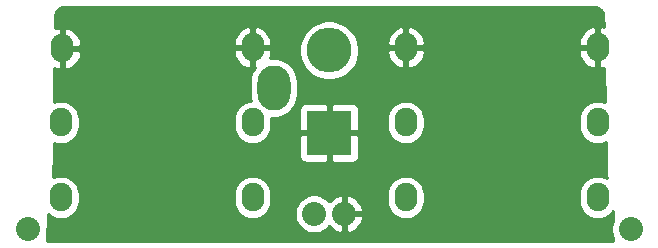
<source format=gbr>
G04 #@! TF.GenerationSoftware,KiCad,Pcbnew,(5.1.9-0-10_14)*
G04 #@! TF.CreationDate,2021-07-10T16:26:02+02:00*
G04 #@! TF.ProjectId,jack-power,6a61636b-2d70-46f7-9765-722e6b696361,rev?*
G04 #@! TF.SameCoordinates,Original*
G04 #@! TF.FileFunction,Copper,L2,Bot*
G04 #@! TF.FilePolarity,Positive*
%FSLAX46Y46*%
G04 Gerber Fmt 4.6, Leading zero omitted, Abs format (unit mm)*
G04 Created by KiCad (PCBNEW (5.1.9-0-10_14)) date 2021-07-10 16:26:02*
%MOMM*%
%LPD*%
G01*
G04 APERTURE LIST*
G04 #@! TA.AperFunction,ComponentPad*
%ADD10R,3.810000X3.810000*%
G04 #@! TD*
G04 #@! TA.AperFunction,ComponentPad*
%ADD11O,3.810000X3.810000*%
G04 #@! TD*
G04 #@! TA.AperFunction,ComponentPad*
%ADD12O,2.810000X3.810000*%
G04 #@! TD*
G04 #@! TA.AperFunction,ComponentPad*
%ADD13O,1.930400X2.400000*%
G04 #@! TD*
G04 #@! TA.AperFunction,ComponentPad*
%ADD14O,2.032000X2.032000*%
G04 #@! TD*
G04 #@! TA.AperFunction,Conductor*
%ADD15C,0.254000*%
G04 #@! TD*
G04 #@! TA.AperFunction,Conductor*
%ADD16C,0.100000*%
G04 #@! TD*
G04 APERTURE END LIST*
D10*
X103124000Y-71882000D03*
D11*
X103124000Y-64897000D03*
D12*
X98425000Y-68072000D03*
D13*
X125844000Y-77343000D03*
X109614000Y-77343000D03*
X125844000Y-64643000D03*
X109614000Y-64643000D03*
X125844000Y-70993000D03*
X109614000Y-70993000D03*
X96634000Y-77343000D03*
X80404000Y-77343000D03*
X96634000Y-64643000D03*
X80530200Y-64734800D03*
X96634000Y-70993000D03*
X80404000Y-70993000D03*
D14*
X128651000Y-80010000D03*
X77597000Y-80010000D03*
X104394000Y-78740000D03*
X101854000Y-78740000D03*
D15*
X125745537Y-61256141D02*
X125882644Y-61297536D01*
X126009095Y-61364771D01*
X126120086Y-61455293D01*
X126211378Y-61565648D01*
X126279497Y-61691630D01*
X126321847Y-61828442D01*
X126340435Y-62005298D01*
X126357081Y-62887514D01*
X126323377Y-62873229D01*
X126218973Y-62852554D01*
X125971000Y-62972356D01*
X125971000Y-64516000D01*
X125991000Y-64516000D01*
X125991000Y-64770000D01*
X125971000Y-64770000D01*
X125971000Y-66313644D01*
X126218973Y-66433446D01*
X126323377Y-66412771D01*
X126422801Y-66370632D01*
X126477742Y-69282495D01*
X126459332Y-69272655D01*
X126157693Y-69181154D01*
X125844000Y-69150258D01*
X125530306Y-69181154D01*
X125228667Y-69272655D01*
X124950675Y-69421245D01*
X124707013Y-69621213D01*
X124507045Y-69864876D01*
X124358455Y-70142868D01*
X124266954Y-70444507D01*
X124243800Y-70679595D01*
X124243800Y-71306406D01*
X124266954Y-71541494D01*
X124358455Y-71843133D01*
X124507045Y-72121125D01*
X124707013Y-72364787D01*
X124950676Y-72564755D01*
X125228668Y-72713345D01*
X125530307Y-72804846D01*
X125844000Y-72835742D01*
X126157694Y-72804846D01*
X126459333Y-72713345D01*
X126541645Y-72669348D01*
X126593512Y-75418317D01*
X126590937Y-75451071D01*
X126598547Y-75515328D01*
X126606107Y-75579630D01*
X126606194Y-75579899D01*
X126606227Y-75580177D01*
X126626118Y-75641379D01*
X126646187Y-75703306D01*
X126646325Y-75703554D01*
X126646412Y-75703820D01*
X126661467Y-75730699D01*
X126459332Y-75622655D01*
X126157693Y-75531154D01*
X125844000Y-75500258D01*
X125530306Y-75531154D01*
X125228667Y-75622655D01*
X124950675Y-75771245D01*
X124707013Y-75971213D01*
X124507045Y-76214876D01*
X124358455Y-76492868D01*
X124266954Y-76794507D01*
X124243800Y-77029595D01*
X124243800Y-77656406D01*
X124266954Y-77891494D01*
X124358455Y-78193133D01*
X124507045Y-78471125D01*
X124707013Y-78714787D01*
X124950676Y-78914755D01*
X125228668Y-79063345D01*
X125530307Y-79154846D01*
X125844000Y-79185742D01*
X126157694Y-79154846D01*
X126459333Y-79063345D01*
X126737325Y-78914755D01*
X126980987Y-78714787D01*
X127140763Y-78520099D01*
X127152600Y-79313186D01*
X127063447Y-79528421D01*
X127000000Y-79847391D01*
X127000000Y-80172609D01*
X127063447Y-80491579D01*
X127174178Y-80758907D01*
X127177791Y-81001000D01*
X79273902Y-81001000D01*
X79285146Y-78729668D01*
X79510676Y-78914755D01*
X79788668Y-79063345D01*
X80090307Y-79154846D01*
X80404000Y-79185742D01*
X80717694Y-79154846D01*
X81019333Y-79063345D01*
X81297325Y-78914755D01*
X81540987Y-78714787D01*
X81740955Y-78471125D01*
X81889545Y-78193133D01*
X81981046Y-77891493D01*
X82004200Y-77656405D01*
X82004200Y-77029595D01*
X95033800Y-77029595D01*
X95033800Y-77656406D01*
X95056954Y-77891494D01*
X95148455Y-78193133D01*
X95297045Y-78471125D01*
X95497013Y-78714787D01*
X95740676Y-78914755D01*
X96018668Y-79063345D01*
X96320307Y-79154846D01*
X96634000Y-79185742D01*
X96947694Y-79154846D01*
X97249333Y-79063345D01*
X97527325Y-78914755D01*
X97770987Y-78714787D01*
X97883744Y-78577391D01*
X100203000Y-78577391D01*
X100203000Y-78902609D01*
X100266447Y-79221579D01*
X100390903Y-79522042D01*
X100571585Y-79792451D01*
X100801549Y-80022415D01*
X101071958Y-80203097D01*
X101372421Y-80327553D01*
X101691391Y-80391000D01*
X102016609Y-80391000D01*
X102335579Y-80327553D01*
X102636042Y-80203097D01*
X102906451Y-80022415D01*
X103132831Y-79796035D01*
X103183358Y-79862569D01*
X103425623Y-80077184D01*
X103705102Y-80240411D01*
X104011055Y-80345978D01*
X104267000Y-80227362D01*
X104267000Y-78867000D01*
X104521000Y-78867000D01*
X104521000Y-80227362D01*
X104776945Y-80345978D01*
X105082898Y-80240411D01*
X105362377Y-80077184D01*
X105604642Y-79862569D01*
X105800382Y-79604815D01*
X105942076Y-79313826D01*
X105999975Y-79122944D01*
X105880836Y-78867000D01*
X104521000Y-78867000D01*
X104267000Y-78867000D01*
X104247000Y-78867000D01*
X104247000Y-78613000D01*
X104267000Y-78613000D01*
X104267000Y-77252638D01*
X104521000Y-77252638D01*
X104521000Y-78613000D01*
X105880836Y-78613000D01*
X105999975Y-78357056D01*
X105942076Y-78166174D01*
X105800382Y-77875185D01*
X105604642Y-77617431D01*
X105362377Y-77402816D01*
X105082898Y-77239589D01*
X104776945Y-77134022D01*
X104521000Y-77252638D01*
X104267000Y-77252638D01*
X104011055Y-77134022D01*
X103705102Y-77239589D01*
X103425623Y-77402816D01*
X103183358Y-77617431D01*
X103132831Y-77683965D01*
X102906451Y-77457585D01*
X102636042Y-77276903D01*
X102335579Y-77152447D01*
X102016609Y-77089000D01*
X101691391Y-77089000D01*
X101372421Y-77152447D01*
X101071958Y-77276903D01*
X100801549Y-77457585D01*
X100571585Y-77687549D01*
X100390903Y-77957958D01*
X100266447Y-78258421D01*
X100203000Y-78577391D01*
X97883744Y-78577391D01*
X97970955Y-78471125D01*
X98119545Y-78193133D01*
X98211046Y-77891493D01*
X98234200Y-77656405D01*
X98234200Y-77029595D01*
X108013800Y-77029595D01*
X108013800Y-77656406D01*
X108036954Y-77891494D01*
X108128455Y-78193133D01*
X108277045Y-78471125D01*
X108477013Y-78714787D01*
X108720676Y-78914755D01*
X108998668Y-79063345D01*
X109300307Y-79154846D01*
X109614000Y-79185742D01*
X109927694Y-79154846D01*
X110229333Y-79063345D01*
X110507325Y-78914755D01*
X110750987Y-78714787D01*
X110950955Y-78471125D01*
X111099545Y-78193133D01*
X111191046Y-77891493D01*
X111214200Y-77656405D01*
X111214200Y-77029594D01*
X111191046Y-76794506D01*
X111099545Y-76492867D01*
X110950955Y-76214875D01*
X110750987Y-75971213D01*
X110507324Y-75771245D01*
X110229332Y-75622655D01*
X109927693Y-75531154D01*
X109614000Y-75500258D01*
X109300306Y-75531154D01*
X108998667Y-75622655D01*
X108720675Y-75771245D01*
X108477013Y-75971213D01*
X108277045Y-76214876D01*
X108128455Y-76492868D01*
X108036954Y-76794507D01*
X108013800Y-77029595D01*
X98234200Y-77029595D01*
X98234200Y-77029594D01*
X98211046Y-76794506D01*
X98119545Y-76492867D01*
X97970955Y-76214875D01*
X97770987Y-75971213D01*
X97527324Y-75771245D01*
X97249332Y-75622655D01*
X96947693Y-75531154D01*
X96634000Y-75500258D01*
X96320306Y-75531154D01*
X96018667Y-75622655D01*
X95740675Y-75771245D01*
X95497013Y-75971213D01*
X95297045Y-76214876D01*
X95148455Y-76492868D01*
X95056954Y-76794507D01*
X95033800Y-77029595D01*
X82004200Y-77029595D01*
X82004200Y-77029594D01*
X81981046Y-76794506D01*
X81889545Y-76492867D01*
X81740955Y-76214875D01*
X81540987Y-75971213D01*
X81297324Y-75771245D01*
X81019332Y-75622655D01*
X80717693Y-75531154D01*
X80404000Y-75500258D01*
X80090306Y-75531154D01*
X79788667Y-75622655D01*
X79747960Y-75644414D01*
X79748325Y-75643248D01*
X79766686Y-75589373D01*
X79767760Y-75581293D01*
X79770200Y-75573513D01*
X79776314Y-75516912D01*
X79783810Y-75460498D01*
X79781199Y-75419912D01*
X79796603Y-73787000D01*
X100580928Y-73787000D01*
X100593188Y-73911482D01*
X100629498Y-74031180D01*
X100688463Y-74141494D01*
X100767815Y-74238185D01*
X100864506Y-74317537D01*
X100974820Y-74376502D01*
X101094518Y-74412812D01*
X101219000Y-74425072D01*
X102838250Y-74422000D01*
X102997000Y-74263250D01*
X102997000Y-72009000D01*
X103251000Y-72009000D01*
X103251000Y-74263250D01*
X103409750Y-74422000D01*
X105029000Y-74425072D01*
X105153482Y-74412812D01*
X105273180Y-74376502D01*
X105383494Y-74317537D01*
X105480185Y-74238185D01*
X105559537Y-74141494D01*
X105618502Y-74031180D01*
X105654812Y-73911482D01*
X105667072Y-73787000D01*
X105664000Y-72167750D01*
X105505250Y-72009000D01*
X103251000Y-72009000D01*
X102997000Y-72009000D01*
X100742750Y-72009000D01*
X100584000Y-72167750D01*
X100580928Y-73787000D01*
X79796603Y-73787000D01*
X79806681Y-72718809D01*
X80090307Y-72804846D01*
X80404000Y-72835742D01*
X80717694Y-72804846D01*
X81019333Y-72713345D01*
X81297325Y-72564755D01*
X81540987Y-72364787D01*
X81740955Y-72121125D01*
X81889545Y-71843133D01*
X81981046Y-71541493D01*
X82004200Y-71306405D01*
X82004200Y-70679595D01*
X95033800Y-70679595D01*
X95033800Y-71306406D01*
X95056954Y-71541494D01*
X95148455Y-71843133D01*
X95297045Y-72121125D01*
X95497013Y-72364787D01*
X95740676Y-72564755D01*
X96018668Y-72713345D01*
X96320307Y-72804846D01*
X96634000Y-72835742D01*
X96947694Y-72804846D01*
X97249333Y-72713345D01*
X97527325Y-72564755D01*
X97770987Y-72364787D01*
X97970955Y-72121125D01*
X98119545Y-71843133D01*
X98211046Y-71541493D01*
X98234200Y-71306405D01*
X98234200Y-70679594D01*
X98226590Y-70602328D01*
X98425000Y-70621870D01*
X98824909Y-70582482D01*
X99209450Y-70465833D01*
X99563847Y-70276405D01*
X99874477Y-70021477D01*
X99910978Y-69977000D01*
X100580928Y-69977000D01*
X100584000Y-71596250D01*
X100742750Y-71755000D01*
X102997000Y-71755000D01*
X102997000Y-69500750D01*
X103251000Y-69500750D01*
X103251000Y-71755000D01*
X105505250Y-71755000D01*
X105664000Y-71596250D01*
X105665739Y-70679595D01*
X108013800Y-70679595D01*
X108013800Y-71306406D01*
X108036954Y-71541494D01*
X108128455Y-71843133D01*
X108277045Y-72121125D01*
X108477013Y-72364787D01*
X108720676Y-72564755D01*
X108998668Y-72713345D01*
X109300307Y-72804846D01*
X109614000Y-72835742D01*
X109927694Y-72804846D01*
X110229333Y-72713345D01*
X110507325Y-72564755D01*
X110750987Y-72364787D01*
X110950955Y-72121125D01*
X111099545Y-71843133D01*
X111191046Y-71541493D01*
X111214200Y-71306405D01*
X111214200Y-70679594D01*
X111191046Y-70444506D01*
X111099545Y-70142867D01*
X110950955Y-69864875D01*
X110750987Y-69621213D01*
X110507324Y-69421245D01*
X110229332Y-69272655D01*
X109927693Y-69181154D01*
X109614000Y-69150258D01*
X109300306Y-69181154D01*
X108998667Y-69272655D01*
X108720675Y-69421245D01*
X108477013Y-69621213D01*
X108277045Y-69864876D01*
X108128455Y-70142868D01*
X108036954Y-70444507D01*
X108013800Y-70679595D01*
X105665739Y-70679595D01*
X105667072Y-69977000D01*
X105654812Y-69852518D01*
X105618502Y-69732820D01*
X105559537Y-69622506D01*
X105480185Y-69525815D01*
X105383494Y-69446463D01*
X105273180Y-69387498D01*
X105153482Y-69351188D01*
X105029000Y-69338928D01*
X103409750Y-69342000D01*
X103251000Y-69500750D01*
X102997000Y-69500750D01*
X102838250Y-69342000D01*
X101219000Y-69338928D01*
X101094518Y-69351188D01*
X100974820Y-69387498D01*
X100864506Y-69446463D01*
X100767815Y-69525815D01*
X100688463Y-69622506D01*
X100629498Y-69732820D01*
X100593188Y-69852518D01*
X100580928Y-69977000D01*
X99910978Y-69977000D01*
X100129405Y-69710847D01*
X100318833Y-69356451D01*
X100435482Y-68971910D01*
X100465000Y-68672211D01*
X100465000Y-67471790D01*
X100435482Y-67172091D01*
X100318833Y-66787549D01*
X100129405Y-66433153D01*
X99874477Y-66122523D01*
X99563847Y-65867595D01*
X99209451Y-65678167D01*
X98824910Y-65561518D01*
X98425000Y-65522130D01*
X98086165Y-65555503D01*
X98176609Y-65331996D01*
X98235578Y-65022321D01*
X98079718Y-64770000D01*
X96761000Y-64770000D01*
X96761000Y-66313644D01*
X96802300Y-66333597D01*
X96720596Y-66433153D01*
X96531167Y-66787549D01*
X96414518Y-67172090D01*
X96385000Y-67471789D01*
X96385000Y-68672210D01*
X96414518Y-68971909D01*
X96473417Y-69166074D01*
X96320306Y-69181154D01*
X96018667Y-69272655D01*
X95740675Y-69421245D01*
X95497013Y-69621213D01*
X95297045Y-69864876D01*
X95148455Y-70142868D01*
X95056954Y-70444507D01*
X95033800Y-70679595D01*
X82004200Y-70679595D01*
X82004200Y-70679594D01*
X81981046Y-70444506D01*
X81889545Y-70142867D01*
X81740955Y-69864875D01*
X81540987Y-69621213D01*
X81297324Y-69421245D01*
X81019332Y-69272655D01*
X80717693Y-69181154D01*
X80404000Y-69150258D01*
X80090306Y-69181154D01*
X79839337Y-69257284D01*
X79866045Y-66426256D01*
X80050823Y-66504571D01*
X80155227Y-66525246D01*
X80403200Y-66405444D01*
X80403200Y-64861800D01*
X80657200Y-64861800D01*
X80657200Y-66405444D01*
X80905173Y-66525246D01*
X81009577Y-66504571D01*
X81299824Y-66381555D01*
X81560495Y-66204278D01*
X81781572Y-65979553D01*
X81954559Y-65716017D01*
X82072809Y-65423796D01*
X82131778Y-65114121D01*
X82075073Y-65022321D01*
X95032422Y-65022321D01*
X95091391Y-65331996D01*
X95209641Y-65624217D01*
X95382628Y-65887753D01*
X95603705Y-66112478D01*
X95864376Y-66289755D01*
X96154623Y-66412771D01*
X96259027Y-66433446D01*
X96507000Y-66313644D01*
X96507000Y-64770000D01*
X95188282Y-64770000D01*
X95032422Y-65022321D01*
X82075073Y-65022321D01*
X81975918Y-64861800D01*
X80657200Y-64861800D01*
X80403200Y-64861800D01*
X80383200Y-64861800D01*
X80383200Y-64646832D01*
X100584000Y-64646832D01*
X100584000Y-65147168D01*
X100681611Y-65637891D01*
X100873081Y-66100141D01*
X101151053Y-66516156D01*
X101504844Y-66869947D01*
X101920859Y-67147919D01*
X102383109Y-67339389D01*
X102873832Y-67437000D01*
X103374168Y-67437000D01*
X103864891Y-67339389D01*
X104327141Y-67147919D01*
X104743156Y-66869947D01*
X105096947Y-66516156D01*
X105374919Y-66100141D01*
X105566389Y-65637891D01*
X105664000Y-65147168D01*
X105664000Y-65022321D01*
X108012422Y-65022321D01*
X108071391Y-65331996D01*
X108189641Y-65624217D01*
X108362628Y-65887753D01*
X108583705Y-66112478D01*
X108844376Y-66289755D01*
X109134623Y-66412771D01*
X109239027Y-66433446D01*
X109487000Y-66313644D01*
X109487000Y-64770000D01*
X109741000Y-64770000D01*
X109741000Y-66313644D01*
X109988973Y-66433446D01*
X110093377Y-66412771D01*
X110383624Y-66289755D01*
X110644295Y-66112478D01*
X110865372Y-65887753D01*
X111038359Y-65624217D01*
X111156609Y-65331996D01*
X111215578Y-65022321D01*
X124242422Y-65022321D01*
X124301391Y-65331996D01*
X124419641Y-65624217D01*
X124592628Y-65887753D01*
X124813705Y-66112478D01*
X125074376Y-66289755D01*
X125364623Y-66412771D01*
X125469027Y-66433446D01*
X125717000Y-66313644D01*
X125717000Y-64770000D01*
X124398282Y-64770000D01*
X124242422Y-65022321D01*
X111215578Y-65022321D01*
X111059718Y-64770000D01*
X109741000Y-64770000D01*
X109487000Y-64770000D01*
X108168282Y-64770000D01*
X108012422Y-65022321D01*
X105664000Y-65022321D01*
X105664000Y-64646832D01*
X105587787Y-64263679D01*
X108012422Y-64263679D01*
X108168282Y-64516000D01*
X109487000Y-64516000D01*
X109487000Y-62972356D01*
X109741000Y-62972356D01*
X109741000Y-64516000D01*
X111059718Y-64516000D01*
X111215578Y-64263679D01*
X124242422Y-64263679D01*
X124398282Y-64516000D01*
X125717000Y-64516000D01*
X125717000Y-62972356D01*
X125469027Y-62852554D01*
X125364623Y-62873229D01*
X125074376Y-62996245D01*
X124813705Y-63173522D01*
X124592628Y-63398247D01*
X124419641Y-63661783D01*
X124301391Y-63954004D01*
X124242422Y-64263679D01*
X111215578Y-64263679D01*
X111156609Y-63954004D01*
X111038359Y-63661783D01*
X110865372Y-63398247D01*
X110644295Y-63173522D01*
X110383624Y-62996245D01*
X110093377Y-62873229D01*
X109988973Y-62852554D01*
X109741000Y-62972356D01*
X109487000Y-62972356D01*
X109239027Y-62852554D01*
X109134623Y-62873229D01*
X108844376Y-62996245D01*
X108583705Y-63173522D01*
X108362628Y-63398247D01*
X108189641Y-63661783D01*
X108071391Y-63954004D01*
X108012422Y-64263679D01*
X105587787Y-64263679D01*
X105566389Y-64156109D01*
X105374919Y-63693859D01*
X105096947Y-63277844D01*
X104743156Y-62924053D01*
X104327141Y-62646081D01*
X103864891Y-62454611D01*
X103374168Y-62357000D01*
X102873832Y-62357000D01*
X102383109Y-62454611D01*
X101920859Y-62646081D01*
X101504844Y-62924053D01*
X101151053Y-63277844D01*
X100873081Y-63693859D01*
X100681611Y-64156109D01*
X100584000Y-64646832D01*
X80383200Y-64646832D01*
X80383200Y-64607800D01*
X80403200Y-64607800D01*
X80403200Y-63064156D01*
X80657200Y-63064156D01*
X80657200Y-64607800D01*
X81975918Y-64607800D01*
X82131778Y-64355479D01*
X82114298Y-64263679D01*
X95032422Y-64263679D01*
X95188282Y-64516000D01*
X96507000Y-64516000D01*
X96507000Y-62972356D01*
X96761000Y-62972356D01*
X96761000Y-64516000D01*
X98079718Y-64516000D01*
X98235578Y-64263679D01*
X98176609Y-63954004D01*
X98058359Y-63661783D01*
X97885372Y-63398247D01*
X97664295Y-63173522D01*
X97403624Y-62996245D01*
X97113377Y-62873229D01*
X97008973Y-62852554D01*
X96761000Y-62972356D01*
X96507000Y-62972356D01*
X96259027Y-62852554D01*
X96154623Y-62873229D01*
X95864376Y-62996245D01*
X95603705Y-63173522D01*
X95382628Y-63398247D01*
X95209641Y-63661783D01*
X95091391Y-63954004D01*
X95032422Y-64263679D01*
X82114298Y-64263679D01*
X82072809Y-64045804D01*
X81954559Y-63753583D01*
X81781572Y-63490047D01*
X81560495Y-63265322D01*
X81299824Y-63088045D01*
X81009577Y-62965029D01*
X80905173Y-62944354D01*
X80657200Y-63064156D01*
X80403200Y-63064156D01*
X80155227Y-62944354D01*
X80050823Y-62965029D01*
X79898088Y-63029763D01*
X79907695Y-62011390D01*
X79925141Y-61833463D01*
X79966536Y-61696356D01*
X80033771Y-61569905D01*
X80124293Y-61458914D01*
X80234648Y-61367622D01*
X80360630Y-61299503D01*
X80497442Y-61257153D01*
X80670155Y-61239000D01*
X125570720Y-61239000D01*
X125745537Y-61256141D01*
G04 #@! TA.AperFunction,Conductor*
D16*
G36*
X125745537Y-61256141D02*
G01*
X125882644Y-61297536D01*
X126009095Y-61364771D01*
X126120086Y-61455293D01*
X126211378Y-61565648D01*
X126279497Y-61691630D01*
X126321847Y-61828442D01*
X126340435Y-62005298D01*
X126357081Y-62887514D01*
X126323377Y-62873229D01*
X126218973Y-62852554D01*
X125971000Y-62972356D01*
X125971000Y-64516000D01*
X125991000Y-64516000D01*
X125991000Y-64770000D01*
X125971000Y-64770000D01*
X125971000Y-66313644D01*
X126218973Y-66433446D01*
X126323377Y-66412771D01*
X126422801Y-66370632D01*
X126477742Y-69282495D01*
X126459332Y-69272655D01*
X126157693Y-69181154D01*
X125844000Y-69150258D01*
X125530306Y-69181154D01*
X125228667Y-69272655D01*
X124950675Y-69421245D01*
X124707013Y-69621213D01*
X124507045Y-69864876D01*
X124358455Y-70142868D01*
X124266954Y-70444507D01*
X124243800Y-70679595D01*
X124243800Y-71306406D01*
X124266954Y-71541494D01*
X124358455Y-71843133D01*
X124507045Y-72121125D01*
X124707013Y-72364787D01*
X124950676Y-72564755D01*
X125228668Y-72713345D01*
X125530307Y-72804846D01*
X125844000Y-72835742D01*
X126157694Y-72804846D01*
X126459333Y-72713345D01*
X126541645Y-72669348D01*
X126593512Y-75418317D01*
X126590937Y-75451071D01*
X126598547Y-75515328D01*
X126606107Y-75579630D01*
X126606194Y-75579899D01*
X126606227Y-75580177D01*
X126626118Y-75641379D01*
X126646187Y-75703306D01*
X126646325Y-75703554D01*
X126646412Y-75703820D01*
X126661467Y-75730699D01*
X126459332Y-75622655D01*
X126157693Y-75531154D01*
X125844000Y-75500258D01*
X125530306Y-75531154D01*
X125228667Y-75622655D01*
X124950675Y-75771245D01*
X124707013Y-75971213D01*
X124507045Y-76214876D01*
X124358455Y-76492868D01*
X124266954Y-76794507D01*
X124243800Y-77029595D01*
X124243800Y-77656406D01*
X124266954Y-77891494D01*
X124358455Y-78193133D01*
X124507045Y-78471125D01*
X124707013Y-78714787D01*
X124950676Y-78914755D01*
X125228668Y-79063345D01*
X125530307Y-79154846D01*
X125844000Y-79185742D01*
X126157694Y-79154846D01*
X126459333Y-79063345D01*
X126737325Y-78914755D01*
X126980987Y-78714787D01*
X127140763Y-78520099D01*
X127152600Y-79313186D01*
X127063447Y-79528421D01*
X127000000Y-79847391D01*
X127000000Y-80172609D01*
X127063447Y-80491579D01*
X127174178Y-80758907D01*
X127177791Y-81001000D01*
X79273902Y-81001000D01*
X79285146Y-78729668D01*
X79510676Y-78914755D01*
X79788668Y-79063345D01*
X80090307Y-79154846D01*
X80404000Y-79185742D01*
X80717694Y-79154846D01*
X81019333Y-79063345D01*
X81297325Y-78914755D01*
X81540987Y-78714787D01*
X81740955Y-78471125D01*
X81889545Y-78193133D01*
X81981046Y-77891493D01*
X82004200Y-77656405D01*
X82004200Y-77029595D01*
X95033800Y-77029595D01*
X95033800Y-77656406D01*
X95056954Y-77891494D01*
X95148455Y-78193133D01*
X95297045Y-78471125D01*
X95497013Y-78714787D01*
X95740676Y-78914755D01*
X96018668Y-79063345D01*
X96320307Y-79154846D01*
X96634000Y-79185742D01*
X96947694Y-79154846D01*
X97249333Y-79063345D01*
X97527325Y-78914755D01*
X97770987Y-78714787D01*
X97883744Y-78577391D01*
X100203000Y-78577391D01*
X100203000Y-78902609D01*
X100266447Y-79221579D01*
X100390903Y-79522042D01*
X100571585Y-79792451D01*
X100801549Y-80022415D01*
X101071958Y-80203097D01*
X101372421Y-80327553D01*
X101691391Y-80391000D01*
X102016609Y-80391000D01*
X102335579Y-80327553D01*
X102636042Y-80203097D01*
X102906451Y-80022415D01*
X103132831Y-79796035D01*
X103183358Y-79862569D01*
X103425623Y-80077184D01*
X103705102Y-80240411D01*
X104011055Y-80345978D01*
X104267000Y-80227362D01*
X104267000Y-78867000D01*
X104521000Y-78867000D01*
X104521000Y-80227362D01*
X104776945Y-80345978D01*
X105082898Y-80240411D01*
X105362377Y-80077184D01*
X105604642Y-79862569D01*
X105800382Y-79604815D01*
X105942076Y-79313826D01*
X105999975Y-79122944D01*
X105880836Y-78867000D01*
X104521000Y-78867000D01*
X104267000Y-78867000D01*
X104247000Y-78867000D01*
X104247000Y-78613000D01*
X104267000Y-78613000D01*
X104267000Y-77252638D01*
X104521000Y-77252638D01*
X104521000Y-78613000D01*
X105880836Y-78613000D01*
X105999975Y-78357056D01*
X105942076Y-78166174D01*
X105800382Y-77875185D01*
X105604642Y-77617431D01*
X105362377Y-77402816D01*
X105082898Y-77239589D01*
X104776945Y-77134022D01*
X104521000Y-77252638D01*
X104267000Y-77252638D01*
X104011055Y-77134022D01*
X103705102Y-77239589D01*
X103425623Y-77402816D01*
X103183358Y-77617431D01*
X103132831Y-77683965D01*
X102906451Y-77457585D01*
X102636042Y-77276903D01*
X102335579Y-77152447D01*
X102016609Y-77089000D01*
X101691391Y-77089000D01*
X101372421Y-77152447D01*
X101071958Y-77276903D01*
X100801549Y-77457585D01*
X100571585Y-77687549D01*
X100390903Y-77957958D01*
X100266447Y-78258421D01*
X100203000Y-78577391D01*
X97883744Y-78577391D01*
X97970955Y-78471125D01*
X98119545Y-78193133D01*
X98211046Y-77891493D01*
X98234200Y-77656405D01*
X98234200Y-77029595D01*
X108013800Y-77029595D01*
X108013800Y-77656406D01*
X108036954Y-77891494D01*
X108128455Y-78193133D01*
X108277045Y-78471125D01*
X108477013Y-78714787D01*
X108720676Y-78914755D01*
X108998668Y-79063345D01*
X109300307Y-79154846D01*
X109614000Y-79185742D01*
X109927694Y-79154846D01*
X110229333Y-79063345D01*
X110507325Y-78914755D01*
X110750987Y-78714787D01*
X110950955Y-78471125D01*
X111099545Y-78193133D01*
X111191046Y-77891493D01*
X111214200Y-77656405D01*
X111214200Y-77029594D01*
X111191046Y-76794506D01*
X111099545Y-76492867D01*
X110950955Y-76214875D01*
X110750987Y-75971213D01*
X110507324Y-75771245D01*
X110229332Y-75622655D01*
X109927693Y-75531154D01*
X109614000Y-75500258D01*
X109300306Y-75531154D01*
X108998667Y-75622655D01*
X108720675Y-75771245D01*
X108477013Y-75971213D01*
X108277045Y-76214876D01*
X108128455Y-76492868D01*
X108036954Y-76794507D01*
X108013800Y-77029595D01*
X98234200Y-77029595D01*
X98234200Y-77029594D01*
X98211046Y-76794506D01*
X98119545Y-76492867D01*
X97970955Y-76214875D01*
X97770987Y-75971213D01*
X97527324Y-75771245D01*
X97249332Y-75622655D01*
X96947693Y-75531154D01*
X96634000Y-75500258D01*
X96320306Y-75531154D01*
X96018667Y-75622655D01*
X95740675Y-75771245D01*
X95497013Y-75971213D01*
X95297045Y-76214876D01*
X95148455Y-76492868D01*
X95056954Y-76794507D01*
X95033800Y-77029595D01*
X82004200Y-77029595D01*
X82004200Y-77029594D01*
X81981046Y-76794506D01*
X81889545Y-76492867D01*
X81740955Y-76214875D01*
X81540987Y-75971213D01*
X81297324Y-75771245D01*
X81019332Y-75622655D01*
X80717693Y-75531154D01*
X80404000Y-75500258D01*
X80090306Y-75531154D01*
X79788667Y-75622655D01*
X79747960Y-75644414D01*
X79748325Y-75643248D01*
X79766686Y-75589373D01*
X79767760Y-75581293D01*
X79770200Y-75573513D01*
X79776314Y-75516912D01*
X79783810Y-75460498D01*
X79781199Y-75419912D01*
X79796603Y-73787000D01*
X100580928Y-73787000D01*
X100593188Y-73911482D01*
X100629498Y-74031180D01*
X100688463Y-74141494D01*
X100767815Y-74238185D01*
X100864506Y-74317537D01*
X100974820Y-74376502D01*
X101094518Y-74412812D01*
X101219000Y-74425072D01*
X102838250Y-74422000D01*
X102997000Y-74263250D01*
X102997000Y-72009000D01*
X103251000Y-72009000D01*
X103251000Y-74263250D01*
X103409750Y-74422000D01*
X105029000Y-74425072D01*
X105153482Y-74412812D01*
X105273180Y-74376502D01*
X105383494Y-74317537D01*
X105480185Y-74238185D01*
X105559537Y-74141494D01*
X105618502Y-74031180D01*
X105654812Y-73911482D01*
X105667072Y-73787000D01*
X105664000Y-72167750D01*
X105505250Y-72009000D01*
X103251000Y-72009000D01*
X102997000Y-72009000D01*
X100742750Y-72009000D01*
X100584000Y-72167750D01*
X100580928Y-73787000D01*
X79796603Y-73787000D01*
X79806681Y-72718809D01*
X80090307Y-72804846D01*
X80404000Y-72835742D01*
X80717694Y-72804846D01*
X81019333Y-72713345D01*
X81297325Y-72564755D01*
X81540987Y-72364787D01*
X81740955Y-72121125D01*
X81889545Y-71843133D01*
X81981046Y-71541493D01*
X82004200Y-71306405D01*
X82004200Y-70679595D01*
X95033800Y-70679595D01*
X95033800Y-71306406D01*
X95056954Y-71541494D01*
X95148455Y-71843133D01*
X95297045Y-72121125D01*
X95497013Y-72364787D01*
X95740676Y-72564755D01*
X96018668Y-72713345D01*
X96320307Y-72804846D01*
X96634000Y-72835742D01*
X96947694Y-72804846D01*
X97249333Y-72713345D01*
X97527325Y-72564755D01*
X97770987Y-72364787D01*
X97970955Y-72121125D01*
X98119545Y-71843133D01*
X98211046Y-71541493D01*
X98234200Y-71306405D01*
X98234200Y-70679594D01*
X98226590Y-70602328D01*
X98425000Y-70621870D01*
X98824909Y-70582482D01*
X99209450Y-70465833D01*
X99563847Y-70276405D01*
X99874477Y-70021477D01*
X99910978Y-69977000D01*
X100580928Y-69977000D01*
X100584000Y-71596250D01*
X100742750Y-71755000D01*
X102997000Y-71755000D01*
X102997000Y-69500750D01*
X103251000Y-69500750D01*
X103251000Y-71755000D01*
X105505250Y-71755000D01*
X105664000Y-71596250D01*
X105665739Y-70679595D01*
X108013800Y-70679595D01*
X108013800Y-71306406D01*
X108036954Y-71541494D01*
X108128455Y-71843133D01*
X108277045Y-72121125D01*
X108477013Y-72364787D01*
X108720676Y-72564755D01*
X108998668Y-72713345D01*
X109300307Y-72804846D01*
X109614000Y-72835742D01*
X109927694Y-72804846D01*
X110229333Y-72713345D01*
X110507325Y-72564755D01*
X110750987Y-72364787D01*
X110950955Y-72121125D01*
X111099545Y-71843133D01*
X111191046Y-71541493D01*
X111214200Y-71306405D01*
X111214200Y-70679594D01*
X111191046Y-70444506D01*
X111099545Y-70142867D01*
X110950955Y-69864875D01*
X110750987Y-69621213D01*
X110507324Y-69421245D01*
X110229332Y-69272655D01*
X109927693Y-69181154D01*
X109614000Y-69150258D01*
X109300306Y-69181154D01*
X108998667Y-69272655D01*
X108720675Y-69421245D01*
X108477013Y-69621213D01*
X108277045Y-69864876D01*
X108128455Y-70142868D01*
X108036954Y-70444507D01*
X108013800Y-70679595D01*
X105665739Y-70679595D01*
X105667072Y-69977000D01*
X105654812Y-69852518D01*
X105618502Y-69732820D01*
X105559537Y-69622506D01*
X105480185Y-69525815D01*
X105383494Y-69446463D01*
X105273180Y-69387498D01*
X105153482Y-69351188D01*
X105029000Y-69338928D01*
X103409750Y-69342000D01*
X103251000Y-69500750D01*
X102997000Y-69500750D01*
X102838250Y-69342000D01*
X101219000Y-69338928D01*
X101094518Y-69351188D01*
X100974820Y-69387498D01*
X100864506Y-69446463D01*
X100767815Y-69525815D01*
X100688463Y-69622506D01*
X100629498Y-69732820D01*
X100593188Y-69852518D01*
X100580928Y-69977000D01*
X99910978Y-69977000D01*
X100129405Y-69710847D01*
X100318833Y-69356451D01*
X100435482Y-68971910D01*
X100465000Y-68672211D01*
X100465000Y-67471790D01*
X100435482Y-67172091D01*
X100318833Y-66787549D01*
X100129405Y-66433153D01*
X99874477Y-66122523D01*
X99563847Y-65867595D01*
X99209451Y-65678167D01*
X98824910Y-65561518D01*
X98425000Y-65522130D01*
X98086165Y-65555503D01*
X98176609Y-65331996D01*
X98235578Y-65022321D01*
X98079718Y-64770000D01*
X96761000Y-64770000D01*
X96761000Y-66313644D01*
X96802300Y-66333597D01*
X96720596Y-66433153D01*
X96531167Y-66787549D01*
X96414518Y-67172090D01*
X96385000Y-67471789D01*
X96385000Y-68672210D01*
X96414518Y-68971909D01*
X96473417Y-69166074D01*
X96320306Y-69181154D01*
X96018667Y-69272655D01*
X95740675Y-69421245D01*
X95497013Y-69621213D01*
X95297045Y-69864876D01*
X95148455Y-70142868D01*
X95056954Y-70444507D01*
X95033800Y-70679595D01*
X82004200Y-70679595D01*
X82004200Y-70679594D01*
X81981046Y-70444506D01*
X81889545Y-70142867D01*
X81740955Y-69864875D01*
X81540987Y-69621213D01*
X81297324Y-69421245D01*
X81019332Y-69272655D01*
X80717693Y-69181154D01*
X80404000Y-69150258D01*
X80090306Y-69181154D01*
X79839337Y-69257284D01*
X79866045Y-66426256D01*
X80050823Y-66504571D01*
X80155227Y-66525246D01*
X80403200Y-66405444D01*
X80403200Y-64861800D01*
X80657200Y-64861800D01*
X80657200Y-66405444D01*
X80905173Y-66525246D01*
X81009577Y-66504571D01*
X81299824Y-66381555D01*
X81560495Y-66204278D01*
X81781572Y-65979553D01*
X81954559Y-65716017D01*
X82072809Y-65423796D01*
X82131778Y-65114121D01*
X82075073Y-65022321D01*
X95032422Y-65022321D01*
X95091391Y-65331996D01*
X95209641Y-65624217D01*
X95382628Y-65887753D01*
X95603705Y-66112478D01*
X95864376Y-66289755D01*
X96154623Y-66412771D01*
X96259027Y-66433446D01*
X96507000Y-66313644D01*
X96507000Y-64770000D01*
X95188282Y-64770000D01*
X95032422Y-65022321D01*
X82075073Y-65022321D01*
X81975918Y-64861800D01*
X80657200Y-64861800D01*
X80403200Y-64861800D01*
X80383200Y-64861800D01*
X80383200Y-64646832D01*
X100584000Y-64646832D01*
X100584000Y-65147168D01*
X100681611Y-65637891D01*
X100873081Y-66100141D01*
X101151053Y-66516156D01*
X101504844Y-66869947D01*
X101920859Y-67147919D01*
X102383109Y-67339389D01*
X102873832Y-67437000D01*
X103374168Y-67437000D01*
X103864891Y-67339389D01*
X104327141Y-67147919D01*
X104743156Y-66869947D01*
X105096947Y-66516156D01*
X105374919Y-66100141D01*
X105566389Y-65637891D01*
X105664000Y-65147168D01*
X105664000Y-65022321D01*
X108012422Y-65022321D01*
X108071391Y-65331996D01*
X108189641Y-65624217D01*
X108362628Y-65887753D01*
X108583705Y-66112478D01*
X108844376Y-66289755D01*
X109134623Y-66412771D01*
X109239027Y-66433446D01*
X109487000Y-66313644D01*
X109487000Y-64770000D01*
X109741000Y-64770000D01*
X109741000Y-66313644D01*
X109988973Y-66433446D01*
X110093377Y-66412771D01*
X110383624Y-66289755D01*
X110644295Y-66112478D01*
X110865372Y-65887753D01*
X111038359Y-65624217D01*
X111156609Y-65331996D01*
X111215578Y-65022321D01*
X124242422Y-65022321D01*
X124301391Y-65331996D01*
X124419641Y-65624217D01*
X124592628Y-65887753D01*
X124813705Y-66112478D01*
X125074376Y-66289755D01*
X125364623Y-66412771D01*
X125469027Y-66433446D01*
X125717000Y-66313644D01*
X125717000Y-64770000D01*
X124398282Y-64770000D01*
X124242422Y-65022321D01*
X111215578Y-65022321D01*
X111059718Y-64770000D01*
X109741000Y-64770000D01*
X109487000Y-64770000D01*
X108168282Y-64770000D01*
X108012422Y-65022321D01*
X105664000Y-65022321D01*
X105664000Y-64646832D01*
X105587787Y-64263679D01*
X108012422Y-64263679D01*
X108168282Y-64516000D01*
X109487000Y-64516000D01*
X109487000Y-62972356D01*
X109741000Y-62972356D01*
X109741000Y-64516000D01*
X111059718Y-64516000D01*
X111215578Y-64263679D01*
X124242422Y-64263679D01*
X124398282Y-64516000D01*
X125717000Y-64516000D01*
X125717000Y-62972356D01*
X125469027Y-62852554D01*
X125364623Y-62873229D01*
X125074376Y-62996245D01*
X124813705Y-63173522D01*
X124592628Y-63398247D01*
X124419641Y-63661783D01*
X124301391Y-63954004D01*
X124242422Y-64263679D01*
X111215578Y-64263679D01*
X111156609Y-63954004D01*
X111038359Y-63661783D01*
X110865372Y-63398247D01*
X110644295Y-63173522D01*
X110383624Y-62996245D01*
X110093377Y-62873229D01*
X109988973Y-62852554D01*
X109741000Y-62972356D01*
X109487000Y-62972356D01*
X109239027Y-62852554D01*
X109134623Y-62873229D01*
X108844376Y-62996245D01*
X108583705Y-63173522D01*
X108362628Y-63398247D01*
X108189641Y-63661783D01*
X108071391Y-63954004D01*
X108012422Y-64263679D01*
X105587787Y-64263679D01*
X105566389Y-64156109D01*
X105374919Y-63693859D01*
X105096947Y-63277844D01*
X104743156Y-62924053D01*
X104327141Y-62646081D01*
X103864891Y-62454611D01*
X103374168Y-62357000D01*
X102873832Y-62357000D01*
X102383109Y-62454611D01*
X101920859Y-62646081D01*
X101504844Y-62924053D01*
X101151053Y-63277844D01*
X100873081Y-63693859D01*
X100681611Y-64156109D01*
X100584000Y-64646832D01*
X80383200Y-64646832D01*
X80383200Y-64607800D01*
X80403200Y-64607800D01*
X80403200Y-63064156D01*
X80657200Y-63064156D01*
X80657200Y-64607800D01*
X81975918Y-64607800D01*
X82131778Y-64355479D01*
X82114298Y-64263679D01*
X95032422Y-64263679D01*
X95188282Y-64516000D01*
X96507000Y-64516000D01*
X96507000Y-62972356D01*
X96761000Y-62972356D01*
X96761000Y-64516000D01*
X98079718Y-64516000D01*
X98235578Y-64263679D01*
X98176609Y-63954004D01*
X98058359Y-63661783D01*
X97885372Y-63398247D01*
X97664295Y-63173522D01*
X97403624Y-62996245D01*
X97113377Y-62873229D01*
X97008973Y-62852554D01*
X96761000Y-62972356D01*
X96507000Y-62972356D01*
X96259027Y-62852554D01*
X96154623Y-62873229D01*
X95864376Y-62996245D01*
X95603705Y-63173522D01*
X95382628Y-63398247D01*
X95209641Y-63661783D01*
X95091391Y-63954004D01*
X95032422Y-64263679D01*
X82114298Y-64263679D01*
X82072809Y-64045804D01*
X81954559Y-63753583D01*
X81781572Y-63490047D01*
X81560495Y-63265322D01*
X81299824Y-63088045D01*
X81009577Y-62965029D01*
X80905173Y-62944354D01*
X80657200Y-63064156D01*
X80403200Y-63064156D01*
X80155227Y-62944354D01*
X80050823Y-62965029D01*
X79898088Y-63029763D01*
X79907695Y-62011390D01*
X79925141Y-61833463D01*
X79966536Y-61696356D01*
X80033771Y-61569905D01*
X80124293Y-61458914D01*
X80234648Y-61367622D01*
X80360630Y-61299503D01*
X80497442Y-61257153D01*
X80670155Y-61239000D01*
X125570720Y-61239000D01*
X125745537Y-61256141D01*
G37*
G04 #@! TD.AperFunction*
M02*

</source>
